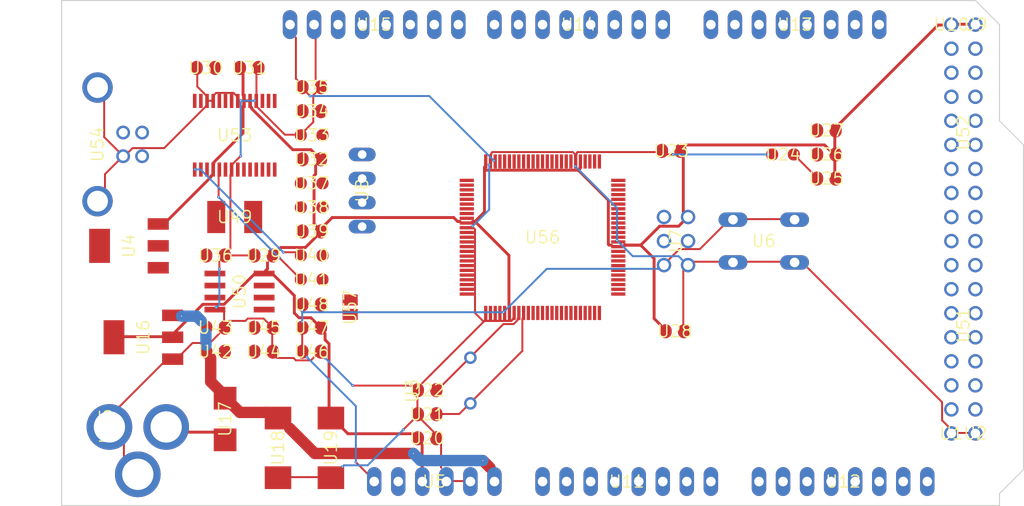
<source format=kicad_pcb>
(kicad_pcb (version 20221018) (generator pcbnew)
  (layers (0 "F.Cu" signal "Top") (31 "B.Cu" signal "Bottom") (34 "B.Paste" user) (35 "F.Paste" user) (36 "B.SilkS" user "B.Silkscreen") (37 "F.SilkS" user "F.Silkscreen") (38 "B.Mask" user) (39 "F.Mask" user) (44 "Edge.Cuts" user))
  (net 0 "")
  (net 1 "+5V")
  (net 2 "GND")
  (net 3 "N$6")
  (net 4 "N$7")
  (net 5 "AREF")
  (net 6 "RESET")
  (net 7 "VIN")
  (net 8 "N$3")
  (net 9 "PWRIN")
  (net 10 "M8RXD")
  (net 11 "M8TXD")
  (net 12 "ADC0")
  (net 13 "ADC2")
  (net 14 "ADC1")
  (net 15 "ADC3")
  (net 16 "ADC4")
  (net 17 "ADC5")
  (net 18 "ADC6")
  (net 19 "ADC7")
  (net 20 "+3V3")
  (net 21 "SDA")
  (net 22 "SCL")
  (net 23 "ADC9")
  (net 24 "ADC8")
  (net 25 "ADC10")
  (net 26 "ADC11")
  (net 27 "ADC12")
  (net 28 "ADC13")
  (net 29 "ADC14")
  (net 30 "ADC15")
  (net 31 "PB3")
  (net 32 "PB2")
  (net 33 "PB1")
  (net 34 "PB5")
  (net 35 "PB4")
  (net 36 "PE5")
  (net 37 "PE4")
  (net 38 "PE3")
  (net 39 "PE1")
  (net 40 "PE0")
  (net 41 "N$15")
  (net 42 "N$53")
  (net 43 "N$54")
  (net 44 "N$55")
  (net 45 "D-")
  (net 46 "D+")
  (net 47 "N$60")
  (net 48 "DTR")
  (net 49 "USBVCC")
  (net 50 "N$2")
  (net 51 "N$4")
  (net 52 "GATE_CMD")
  (net 53 "CMP")
  (net 54 "PB6")
  (net 55 "PH3")
  (net 56 "PH4")
  (net 57 "PH5")
  (net 58 "PH6")
  (net 59 "PG5")
  (net 60 "RXD1")
  (net 61 "TXD1")
  (net 62 "RXD2")
  (net 63 "RXD3")
  (net 64 "TXD2")
  (net 65 "TXD3")
  (net 66 "PC0")
  (net 67 "PC1")
  (net 68 "PC2")
  (net 69 "PC3")
  (net 70 "PC4")
  (net 71 "PC5")
  (net 72 "PC6")
  (net 73 "PC7")
  (net 74 "PB0")
  (net 75 "PG0")
  (net 76 "PG1")
  (net 77 "PG2")
  (net 78 "PD7")
  (net 79 "PA0")
  (net 80 "PA1")
  (net 81 "PA2")
  (net 82 "PA3")
  (net 83 "PA4")
  (net 84 "PA5")
  (net 85 "PA6")
  (net 86 "PA7")
  (net 87 "PL0")
  (net 88 "PL1")
  (net 89 "PL2")
  (net 90 "PL3")
  (net 91 "PL4")
  (net 92 "PL5")
  (net 93 "PL6")
  (net 94 "PL7")
  (net 95 "PB7")
  (net 96 "CTS")
  (net 97 "DSR")
  (net 98 "DCD")
  (net 99 "RI")
  (footprint "Arduino_MEGA_Reference_Design:2X03" (layer "F.Cu") (at 162.5981 103.7336 -90)
    (fp_text reference "U7")
    (fp_text value "")
  )
  (footprint "Arduino_MEGA_Reference_Design:1X08" (layer "F.Cu") (at 152.3111 80.8736 180)
    (fp_text reference "U14")
    (fp_text value "")
  )
  (footprint "Arduino_MEGA_Reference_Design:1X08" (layer "F.Cu") (at 130.7211 80.8736 180)
    (fp_text reference "U15")
    (fp_text value "")
  )
  (footprint "Arduino_MEGA_Reference_Design:SMC_D" (layer "F.Cu") (at 120.5611 125.5776 -90)
    (fp_text reference "U18")
    (fp_text value "")
  )
  (footprint "Arduino_MEGA_Reference_Design:SMC_D" (layer "F.Cu") (at 126.1491 125.5776 -90)
    (fp_text reference "U19")
    (fp_text value "")
  )
  (footprint "Arduino_MEGA_Reference_Design:B3F-10XX" (layer "F.Cu") (at 171.8691 103.7336 180)
    (fp_text reference "U6")
    (fp_text value "")
  )
  (footprint "Arduino_MEGA_Reference_Design:0805RND" (layer "F.Cu") (at 173.9011 94.5896 180)
    (fp_text reference "U24")
    (fp_text value "")
  )
  (footprint "Arduino_MEGA_Reference_Design:SMB" (layer "F.Cu") (at 114.9731 122.5296 -90)
    (fp_text reference "U17")
    (fp_text value "")
  )
  (footprint "Arduino_MEGA_Reference_Design:DC-21MM" (layer "F.Cu") (at 103.0351 123.2916 90)
    (fp_text reference "U55")
    (fp_text value "")
  )
  (footprint "Arduino_MEGA_Reference_Design:HC49_S" (layer "F.Cu") (at 140.8811 118.4656 90)
    (fp_text reference "U3")
    (fp_text value "")
  )
  (footprint "Arduino_MEGA_Reference_Design:SOT223" (layer "F.Cu") (at 106.3371 113.8936 90)
    (fp_text reference "U16")
    (fp_text value "")
  )
  (footprint "Arduino_MEGA_Reference_Design:1X06" (layer "F.Cu") (at 137.0711 129.1336)
    (fp_text reference "U5")
    (fp_text value "")
  )
  (footprint "Arduino_MEGA_Reference_Design:C0805RND" (layer "F.Cu") (at 124.1171 87.4776)
    (fp_text reference "U35")
    (fp_text value "")
  )
  (footprint "Arduino_MEGA_Reference_Design:C0805RND" (layer "F.Cu") (at 162.4711 113.2586)
    (fp_text reference "U28")
    (fp_text value "")
  )
  (footprint "Arduino_MEGA_Reference_Design:C0805RND" (layer "F.Cu") (at 136.3091 122.0216)
    (fp_text reference "U21")
    (fp_text value "")
  )
  (footprint "Arduino_MEGA_Reference_Design:C0805RND" (layer "F.Cu") (at 136.3091 119.4816)
    (fp_text reference "U22")
    (fp_text value "")
  )
  (footprint "Arduino_MEGA_Reference_Design:C0805RND" (layer "F.Cu") (at 113.9571 112.8776)
    (fp_text reference "U43")
    (fp_text value "")
  )
  (footprint "Arduino_MEGA_Reference_Design:RCL_0805RND" (layer "F.Cu") (at 124.1171 105.2576)
    (fp_text reference "U40")
    (fp_text value "")
  )
  (footprint "Arduino_MEGA_Reference_Design:RCL_0805RND" (layer "F.Cu") (at 124.1171 107.7976)
    (fp_text reference "U41")
    (fp_text value "")
  )
  (footprint "Arduino_MEGA_Reference_Design:1X08" (layer "F.Cu") (at 157.3911 129.1336)
    (fp_text reference "U11")
    (fp_text value "")
  )
  (footprint "Arduino_MEGA_Reference_Design:1X08" (layer "F.Cu") (at 175.1711 80.8736 180)
    (fp_text reference "U13")
    (fp_text value "")
  )
  (footprint "Arduino_MEGA_Reference_Design:R0805RND" (layer "F.Cu") (at 178.4731 94.5896 180)
    (fp_text reference "U26")
    (fp_text value "")
  )
  (footprint "Arduino_MEGA_Reference_Design:R0805RND" (layer "F.Cu") (at 178.4731 92.0496 180)
    (fp_text reference "U27")
    (fp_text value "")
  )
  (footprint "Arduino_MEGA_Reference_Design:TQFP100" (layer "F.Cu") (at 148.5011 103.3272)
    (fp_text reference "U56")
    (fp_text value "")
  )
  (footprint "Arduino_MEGA_Reference_Design:C0805RND" (layer "F.Cu") (at 162.0901 94.2086 180)
    (fp_text reference "U23")
    (fp_text value "")
  )
  (footprint "Arduino_MEGA_Reference_Design:C0805RND" (layer "F.Cu") (at 136.3091 124.5616)
    (fp_text reference "U20")
    (fp_text value "")
  )
  (footprint "Arduino_MEGA_Reference_Design:1X08" (layer "F.Cu") (at 180.2511 129.1336)
    (fp_text reference "U12")
    (fp_text value "")
  )
  (footprint "Arduino_MEGA_Reference_Design:R0805RND" (layer "F.Cu") (at 124.1171 112.8776)
    (fp_text reference "U47")
    (fp_text value "")
  )
  (footprint "Arduino_MEGA_Reference_Design:C0805RND" (layer "F.Cu") (at 124.1171 115.4176)
    (fp_text reference "U46")
    (fp_text value "")
  )
  (footprint "Arduino_MEGA_Reference_Design:C0805RND" (layer "F.Cu") (at 113.9571 105.2576)
    (fp_text reference "U36")
    (fp_text value "")
  )
  (footprint "Arduino_MEGA_Reference_Design:C0805RND" (layer "F.Cu") (at 112.9411 85.4456)
    (fp_text reference "U30")
    (fp_text value "")
  )
  (footprint "Arduino_MEGA_Reference_Design:0805RND" (layer "F.Cu") (at 124.1171 100.1776 180)
    (fp_text reference "U38")
    (fp_text value "")
  )
  (footprint "Arduino_MEGA_Reference_Design:0805RND" (layer "F.Cu") (at 124.1171 97.6376 180)
    (fp_text reference "U37")
    (fp_text value "")
  )
  (footprint "Arduino_MEGA_Reference_Design:R0805RND" (layer "F.Cu") (at 124.1171 95.0976)
    (fp_text reference "U32")
    (fp_text value "")
  )
  (footprint "Arduino_MEGA_Reference_Design:R0805RND" (layer "F.Cu") (at 124.1171 102.7176)
    (fp_text reference "U39")
    (fp_text value "")
  )
  (footprint "Arduino_MEGA_Reference_Design:SSOP28" (layer "F.Cu") (at 115.9891 92.5576)
    (fp_text reference "U53")
    (fp_text value "")
  )
  (footprint "Arduino_MEGA_Reference_Design:PN61729" (layer "F.Cu") (at 98.9584 93.5228 -90)
    (fp_text reference "U54")
    (fp_text value "")
  )
  (footprint "Arduino_MEGA_Reference_Design:L1812" (layer "F.Cu") (at 115.9891 101.1936)
    (fp_text reference "U49")
    (fp_text value "")
  )
  (footprint "Arduino_MEGA_Reference_Design:C0805RND" (layer "F.Cu") (at 117.5131 85.4456)
    (fp_text reference "U31")
    (fp_text value "")
  )
  (footprint "Arduino_MEGA_Reference_Design:0805RND" (layer "F.Cu") (at 124.1171 92.5576 180)
    (fp_text reference "U33")
    (fp_text value "")
  )
  (footprint "Arduino_MEGA_Reference_Design:R0805RND" (layer "F.Cu") (at 124.1171 90.0176 180)
    (fp_text reference "U34")
    (fp_text value "")
  )
  (footprint "Arduino_MEGA_Reference_Design:C0805RND" (layer "F.Cu") (at 124.1171 110.4392 180)
    (fp_text reference "U48")
    (fp_text value "")
  )
  (footprint "Arduino_MEGA_Reference_Design:SOT223" (layer "F.Cu") (at 104.8131 104.2416 90)
    (fp_text reference "U4")
    (fp_text value "")
  )
  (footprint "Arduino_MEGA_Reference_Design:SO08" (layer "F.Cu") (at 116.4971 109.0676 -90)
    (fp_text reference "U50")
    (fp_text value "")
  )
  (footprint "Arduino_MEGA_Reference_Design:R0805RND" (layer "F.Cu") (at 113.9571 115.4176 180)
    (fp_text reference "U42")
    (fp_text value "")
  )
  (footprint "Arduino_MEGA_Reference_Design:R0805RND" (layer "F.Cu") (at 119.0371 112.8776 180)
    (fp_text reference "U45")
    (fp_text value "")
  )
  (footprint "Arduino_MEGA_Reference_Design:C0805RND" (layer "F.Cu") (at 119.0371 115.4176 180)
    (fp_text reference "U44")
    (fp_text value "")
  )
  (footprint "Arduino_MEGA_Reference_Design:C0805RND" (layer "F.Cu") (at 119.0371 105.2576)
    (fp_text reference "U29")
    (fp_text value "")
  )
  (footprint "Arduino_MEGA_Reference_Design:2X08" (layer "F.Cu") (at 192.9511 92.3036 90)
    (fp_text reference "U52")
    (fp_text value "")
  )
  (footprint "Arduino_MEGA_Reference_Design:2X08" (layer "F.Cu") (at 192.9511 112.6236 90)
    (fp_text reference "U51")
    (fp_text value "")
  )
  (footprint "Arduino_MEGA_Reference_Design:R0805RND" (layer "F.Cu") (at 178.4731 97.1296 180)
    (fp_text reference "U25")
    (fp_text value "")
  )
  (footprint "Arduino_MEGA_Reference_Design:1X01" (layer "F.Cu") (at 191.6811 80.8736)
    (fp_text reference "U10")
    (fp_text value "")
  )
  (footprint "Arduino_MEGA_Reference_Design:1X01" (layer "F.Cu") (at 194.2211 80.8736)
    (fp_text reference "U9")
    (fp_text value "")
  )
  (footprint "Arduino_MEGA_Reference_Design:1X01" (layer "F.Cu") (at 191.6811 124.0536)
    (fp_text reference "U1")
    (fp_text value "")
  )
  (footprint "Arduino_MEGA_Reference_Design:1X01" (layer "F.Cu") (at 194.2211 124.0536)
    (fp_text reference "U2")
    (fp_text value "")
  )
  (footprint "Arduino_MEGA_Reference_Design:SJ" (layer "F.Cu") (at 128.1811 110.7186 -90)
    (fp_text reference "U57")
    (fp_text value "")
  )
  (footprint "Arduino_MEGA_Reference_Design:JP4" (layer "F.Cu") (at 129.4511 98.3996 -90)
    (fp_text reference "U8")
    (fp_text value "")
  )
  (gr_line (start 196.7611 131.6736) (end 97.7011 131.6736) (stroke (width 0.12)) (layer "Edge.Cuts"))
  (gr_line (start 196.7611 80.8736) (end 196.7611 91.0336) (stroke (width 0.12)) (layer "Edge.Cuts"))
  (gr_line (start 196.7611 91.0336) (end 199.3011 93.5736) (stroke (width 0.12)) (layer "Edge.Cuts"))
  (gr_line (start 194.2211 78.3336) (end 196.7611 80.8736) (stroke (width 0.12)) (layer "Edge.Cuts"))
  (gr_line (start 97.7011 131.6736) (end 97.7011 78.3336) (stroke (width 0.12)) (layer "Edge.Cuts"))
  (gr_line (start 199.3011 93.5736) (end 199.3011 127.8636) (stroke (width 0.12)) (layer "Edge.Cuts"))
  (gr_line (start 199.3011 127.8636) (end 196.7611 130.4036) (stroke (width 0.12)) (layer "Edge.Cuts"))
  (gr_line (start 97.7011 78.3336) (end 194.2211 78.3336) (stroke (width 0.12)) (layer "Edge.Cuts"))
  (gr_line (start 196.7611 130.4036) (end 196.7611 131.6736) (stroke (width 0.12)) (layer "Edge.Cuts"))
  (segment (start 117.034433 88.916933) (end 117.4511 88.916933) (width 0.3048) (layer "F.Cu") (net 1))
  (segment (start 142.367767 96.000267) (end 142.4511 95.916933) (width 0.3048) (layer "F.Cu") (net 1))
  (segment (start 113.784433 95.5836) (end 113.784433 95.416933) (width 0.3048) (layer "F.Cu") (net 1))
  (segment (start 160.284433 105.5836) (end 158.867767 104.166933) (width 0.3048) (layer "F.Cu") (net 1))
  (segment (start 116.867767 92.3336) (end 116.867767 89.500267) (width 0.3048) (layer "F.Cu") (net 1))
  (segment (start 152.4511 95.916933) (end 152.4511 96.0836) (width 0.3048) (layer "F.Cu") (net 1))
  (segment (start 125.9511 114.5836) (end 125.534433 114.166933) (width 0.3048) (layer "F.Cu") (net 1))
  (segment (start 155.534433 104.166933) (end 155.4511 104.0836) (width 0.3048) (layer "F.Cu") (net 1))
  (segment (start 157.2011 104.166933) (end 157.117767 104.250267) (width 0.3048) (layer "F.Cu") (net 1))
  (segment (start 114.867767 110.416933) (end 118.034433 107.250267) (width 0.3048) (layer "F.Cu") (net 1))
  (segment (start 193.7011 80.8336) (end 192.117767 80.8336) (width 0.3048) (layer "F.Cu") (net 1))
  (segment (start 178.284433 93.5836) (end 163.534433 93.5836) (width 0.3048) (layer "F.Cu") (net 1))
  (segment (start 179.367767 92.666933) (end 179.367767 93.916933) (width 0.3048) (layer "F.Cu") (net 1))
  (segment (start 142.367767 96.250267) (end 142.367767 96.000267) (width 0.3048) (layer "F.Cu") (net 1))
  (segment (start 141.2011 101.666933) (end 141.117767 101.750267) (width 0.3048) (layer "F.Cu") (net 1))
  (segment (start 152.284433 96.250267) (end 152.4511 96.0836) (width 0.3048) (layer "F.Cu") (net 1))
  (segment (start 125.9511 121.3336) (end 125.9511 114.5836) (width 0.3048) (layer "F.Cu") (net 1))
  (segment (start 108.867767 101.5836) (end 113.4511 97.000267) (width 0.3048) (layer "F.Cu") (net 1))
  (segment (start 117.784433 89.666933) (end 117.617767 89.500267) (width 0.3048) (layer "F.Cu") (net 1))
  (segment (start 125.534433 114.166933) (end 125.534433 113.500267) (width 0.3048) (layer "F.Cu") (net 1))
  (segment (start 134.784433 124.0836) (end 127.9511 124.0836) (width 0.3048) (layer "F.Cu") (net 1))
  (segment (start 141.367767 101.666933) (end 141.117767 101.666933) (width 0.3048) (layer "F.Cu") (net 1))
  (segment (start 158.867767 104.166933) (end 157.117767 104.166933) (width 0.3048) (layer "F.Cu") (net 1))
  (segment (start 141.367767 101.666933) (end 141.2011 101.666933) (width 0.3048) (layer "F.Cu") (net 1))
  (segment (start 155.784433 104.166933) (end 155.534433 104.166933) (width 0.3048) (layer "F.Cu") (net 1))
  (segment (start 142.367767 100.666933) (end 141.367767 101.666933) (width 0.3048) (layer "F.Cu") (net 1))
  (segment (start 152.284433 96.250267) (end 142.367767 96.250267) (width 0.3048) (layer "F.Cu") (net 1))
  (segment (start 160.284433 111.916933) (end 160.284433 105.5836) (width 0.3048) (layer "F.Cu") (net 1))
  (segment (start 126.284433 101.250267) (end 125.534433 102.000267) (width 0.3048) (layer "F.Cu") (net 1))
  (segment (start 119.2011 106.916933) (end 119.4511 106.666933) (width 0.3048) (layer "F.Cu") (net 1))
  (segment (start 117.784433 89.750267) (end 117.784433 89.666933) (width 0.3048) (layer "F.Cu") (net 1))
  (segment (start 120.867767 104.416933) (end 123.4511 104.416933) (width 0.3048) (layer "F.Cu") (net 1))
  (segment (start 144.9511 105.250267) (end 141.367767 101.666933) (width 0.3048) (layer "F.Cu") (net 1))
  (segment (start 152.4511 96.0836) (end 152.284433 96.250267) (width 0.3048) (layer "F.Cu") (net 1))
  (segment (start 122.284433 109.500267) (end 120.034433 107.250267) (width 0.3048) (layer "F.Cu") (net 1))
  (segment (start 158.867767 104.166933) (end 157.2011 104.166933) (width 0.3048) (layer "F.Cu") (net 1))
  (segment (start 139.534433 101.666933) (end 139.117767 101.250267) (width 0.3048) (layer "F.Cu") (net 1))
  (segment (start 152.4511 96.000267) (end 152.534433 95.916933) (width 0.3048) (layer "F.Cu") (net 1))
  (segment (start 124.034433 111.8336) (end 122.784433 111.8336) (width 0.3048) (layer "F.Cu") (net 1))
  (segment (start 124.367767 96.8336) (end 124.534433 96.666933) (width 0.3048) (layer "F.Cu") (net 1))
  (segment (start 124.534433 102.0836) (end 124.367767 101.916933) (width 0.3048) (layer "F.Cu") (net 1))
  (segment (start 142.367767 95.916933) (end 142.367767 100.666933) (width 0.3048) (layer "F.Cu") (net 1))
  (segment (start 124.534433 94.5836) (end 124.034433 94.0836) (width 0.3048) (layer "F.Cu") (net 1))
  (segment (start 191.117767 80.916933) (end 190.284433 80.916933) (width 0.3048) (layer "F.Cu") (net 1))
  (segment (start 119.4511 106.666933) (end 119.4511 105.916933) (width 0.3048) (layer "F.Cu") (net 1))
  (segment (start 104.2011 113.8336) (end 108.367767 113.8336) (width 0.3048) (layer "F.Cu") (net 1))
  (segment (start 160.9511 112.5836) (end 160.284433 111.916933) (width 0.3048) (layer "F.Cu") (net 1))
  (segment (start 124.367767 101.916933) (end 124.367767 96.8336) (width 0.3048) (layer "F.Cu") (net 1))
  (segment (start 113.4511 97.000267) (end 113.4511 96.916933) (width 0.3048) (layer "F.Cu") (net 1))
  (segment (start 124.034433 94.0836) (end 122.117767 94.0836) (width 0.3048) (layer "F.Cu") (net 1))
  (segment (start 122.284433 111.3336) (end 122.284433 109.500267) (width 0.3048) (layer "F.Cu") (net 1))
  (segment (start 135.784433 127.666933) (end 135.784433 125.166933) (width 0.3048) (layer "F.Cu") (net 1))
  (segment (start 124.534433 96.666933) (end 124.534433 95.750267) (width 0.3048) (layer "F.Cu") (net 1))
  (segment (start 190.284433 80.916933) (end 179.867767 91.3336) (width 0.3048) (layer "F.Cu") (net 1))
  (segment (start 155.4511 99.416933) (end 152.284433 96.250267) (width 0.3048) (layer "F.Cu") (net 1))
  (segment (start 163.367767 101.666933) (end 162.867767 102.166933) (width 0.3048) (layer "F.Cu") (net 1))
  (segment (start 144.9511 110.5836) (end 144.9511 105.250267) (width 0.3048) (layer "F.Cu") (net 1))
  (segment (start 124.534433 112.3336) (end 124.034433 111.8336) (width 0.3048) (layer "F.Cu") (net 1))
  (segment (start 163.367767 94.8336) (end 163.367767 100.666933) (width 0.3048) (layer "F.Cu") (net 1))
  (segment (start 160.867767 102.166933) (end 158.867767 104.166933) (width 0.3048) (layer "F.Cu") (net 1))
  (segment (start 139.784433 101.666933) (end 139.534433 101.666933) (width 0.3048) (layer "F.Cu") (net 1))
  (segment (start 152.4511 96.0836) (end 152.4511 96.000267) (width 0.3048) (layer "F.Cu") (net 1))
  (segment (start 109.7011 113.3336) (end 112.617767 110.416933) (width 0.3048) (layer "F.Cu") (net 1))
  (segment (start 178.867767 94.166933) (end 178.284433 93.5836) (width 0.3048) (layer "F.Cu") (net 1))
  (segment (start 123.4511 104.416933) (end 124.534433 103.3336) (width 0.3048) (layer "F.Cu") (net 1))
  (segment (start 122.784433 111.8336) (end 122.284433 111.3336) (width 0.3048) (layer "F.Cu") (net 1))
  (segment (start 122.117767 94.0836) (end 117.784433 89.750267) (width 0.3048) (layer "F.Cu") (net 1))
  (segment (start 162.867767 102.166933) (end 160.867767 102.166933) (width 0.3048) (layer "F.Cu") (net 1))
  (segment (start 112.617767 110.416933) (end 114.867767 110.416933) (width 0.3048) (layer "F.Cu") (net 1))
  (segment (start 116.867767 86.0836) (end 116.867767 88.3336) (width 0.3048) (layer "F.Cu") (net 1))
  (segment (start 127.9511 124.0836) (end 127.367767 123.500267) (width 0.3048) (layer "F.Cu") (net 1))
  (segment (start 113.784433 95.416933) (end 116.867767 92.3336) (width 0.3048) (layer "F.Cu") (net 1))
  (segment (start 155.4511 104.0836) (end 155.4511 99.416933) (width 0.3048) (layer "F.Cu") (net 1))
  (segment (start 120.4511 104.8336) (end 120.867767 104.416933) (width 0.3048) (layer "F.Cu") (net 1))
  (segment (start 179.367767 96.416933) (end 179.367767 95.250267) (width 0.3048) (layer "F.Cu") (net 1))
  (segment (start 113.4511 96.916933) (end 113.617767 96.750267) (width 0.3048) (layer "F.Cu") (net 1))
  (segment (start 139.117767 101.250267) (end 126.284433 101.250267) (width 0.3048) (layer "F.Cu") (net 1))
  (segment (start 143.117767 94.416933) (end 143.117767 94.500267) (width 0.2032) (layer "F.Cu") (net 2))
  (segment (start 152.2011 94.3336) (end 152.117767 94.416933) (width 0.2032) (layer "F.Cu") (net 2))
  (segment (start 124.284433 88.3336) (end 124.284433 91.166933) (width 0.2032) (layer "F.Cu") (net 2))
  (segment (start 113.117767 88.916933) (end 113.617767 88.916933) (width 0.2032) (layer "F.Cu") (net 2))
  (segment (start 115.367767 104.666933) (end 115.534433 104.500267) (width 0.2032) (layer "F.Cu") (net 2))
  (segment (start 142.367767 112.166933) (end 145.2011 112.166933) (width 0.2032) (layer "F.Cu") (net 2))
  (segment (start 152.117767 94.416933) (end 152.117767 94.500267) (width 0.2032) (layer "F.Cu") (net 2))
  (segment (start 152.117767 94.500267) (end 152.034433 94.5836) (width 0.2032) (layer "F.Cu") (net 2))
  (segment (start 167.2011 105.916933) (end 164.367767 105.916933) (width 0.2032) (layer "F.Cu") (net 2))
  (segment (start 119.4511 112.3336) (end 119.034433 111.916933) (width 0.2032) (layer "F.Cu") (net 2))
  (segment (start 142.284433 112.250267) (end 142.367767 112.166933) (width 0.2032) (layer "F.Cu") (net 2))
  (segment (start 142.367767 112.166933) (end 135.784433 118.750267) (width 0.2032) (layer "F.Cu") (net 2))
  (segment (start 124.284433 91.166933) (end 123.284433 92.166933) (width 0.2032) (layer "F.Cu") (net 2))
  (segment (start 111.534433 114.500267) (end 113.367767 114.500267) (width 0.2032) (layer "F.Cu") (net 2))
  (segment (start 122.4511 116.3336) (end 122.2011 116.0836) (width 0.2032) (layer "F.Cu") (net 2))
  (segment (start 113.367767 114.500267) (end 114.367767 113.500267) (width 0.2032) (layer "F.Cu") (net 2))
  (segment (start 173.7011 105.916933) (end 170.034433 105.916933) (width 0.2032) (layer "F.Cu") (net 2))
  (segment (start 124.034433 116.3336) (end 122.4511 116.3336) (width 0.2032) (layer "F.Cu") (net 2))
  (segment (start 117.367767 111.916933) (end 117.117767 112.166933) (width 0.2032) (layer "F.Cu") (net 2))
  (segment (start 119.034433 111.916933) (end 117.367767 111.916933) (width 0.2032) (layer "F.Cu") (net 2))
  (segment (start 145.4511 111.916933) (end 145.2011 112.166933) (width 0.2032) (layer "F.Cu") (net 2))
  (segment (start 122.617767 92.500267) (end 121.284433 92.500267) (width 0.2032) (layer "F.Cu") (net 2))
  (segment (start 190.7011 120.750267) (end 176.534433 106.5836) (width 0.2032) (layer "F.Cu") (net 2))
  (segment (start 114.867767 112.166933) (end 114.867767 111.0836) (width 0.2032) (layer "F.Cu") (net 2))
  (segment (start 104.617767 94.500267) (end 105.2011 93.916933) (width 0.2032) (layer "F.Cu") (net 2))
  (segment (start 143.2011 94.3336) (end 143.117767 94.416933) (width 0.2032) (layer "F.Cu") (net 2))
  (segment (start 105.2011 93.916933) (end 108.534433 93.916933) (width 0.2032) (layer "F.Cu") (net 2))
  (segment (start 114.034433 88.0836) (end 113.784433 88.3336) (width 0.2032) (layer "F.Cu") (net 2))
  (segment (start 102.2011 92.750267) (end 103.784433 94.3336) (width 0.2032) (layer "F.Cu") (net 2))
  (segment (start 116.2011 88.416933) (end 115.867767 88.0836) (width 0.2032) (layer "F.Cu") (net 2))
  (segment (start 135.284433 121.3336) (end 135.284433 120.0836) (width 0.2032) (layer "F.Cu") (net 2))
  (segment (start 163.367767 112.5836) (end 163.367767 106.750267) (width 0.2032) (layer "F.Cu") (net 2))
  (segment (start 124.534433 115.8336) (end 124.034433 116.3336) (width 0.2032) (layer "F.Cu") (net 2))
  (segment (start 133.784433 123.666933) (end 134.784433 122.666933) (width 0.2032) (layer "F.Cu") (net 2))
  (segment (start 115.534433 104.500267) (end 115.534433 96.750267) (width 0.2032) (layer "F.Cu") (net 2))
  (segment (start 124.534433 82.250267) (end 124.534433 86.750267) (width 0.2032) (layer "F.Cu") (net 2))
  (segment (start 118.284433 86.0836) (end 118.284433 88.3336) (width 0.2032) (layer "F.Cu") (net 2))
  (segment (start 103.284433 121.750267) (end 108.367767 116.666933) (width 0.2032) (layer "F.Cu") (net 2))
  (segment (start 116.4511 88.916933) (end 116.367767 89.000267) (width 0.2032) (layer "F.Cu") (net 2))
  (segment (start 115.867767 88.0836) (end 114.034433 88.0836) (width 0.2032) (layer "F.Cu") (net 2))
  (segment (start 162.284433 94.5836) (end 161.534433 94.5836) (width 0.2032) (layer "F.Cu") (net 2))
  (segment (start 141.117767 102.250267) (end 141.367767 102.500267) (width 0.2032) (layer "F.Cu") (net 2))
  (segment (start 108.534433 93.916933) (end 112.9511 89.500267) (width 0.2032) (layer "F.Cu") (net 2))
  (segment (start 121.284433 92.500267) (end 118.284433 89.500267) (width 0.2032) (layer "F.Cu") (net 2))
  (segment (start 141.367767 102.500267) (end 141.367767 111.3336) (width 0.2032) (layer "F.Cu") (net 2))
  (segment (start 117.117767 112.166933) (end 115.367767 112.166933) (width 0.2032) (layer "F.Cu") (net 2))
  (segment (start 112.034433 87.416933) (end 112.9511 88.3336) (width 0.2032) (layer "F.Cu") (net 2))
  (segment (start 119.9511 114.750267) (end 119.9511 113.500267) (width 0.2032) (layer "F.Cu") (net 2))
  (segment (start 141.367767 111.3336) (end 142.284433 112.250267) (width 0.2032) (layer "F.Cu") (net 2))
  (segment (start 151.9511 94.5836) (end 151.7011 94.3336) (width 0.2032) (layer "F.Cu") (net 2))
  (segment (start 137.784433 127.666933) (end 137.784433 125.166933) (width 0.2032) (layer "F.Cu") (net 2))
  (segment (start 145.367767 112.000267) (end 145.367767 111.916933) (width 0.2032) (layer "F.Cu") (net 2))
  (segment (start 136.9511 123.8336) (end 135.784433 122.666933) (width 0.2032) (layer "F.Cu") (net 2))
  (segment (start 145.2011 112.166933) (end 145.367767 112.000267) (width 0.2032) (layer "F.Cu") (net 2))
  (segment (start 117.534433 105.250267) (end 115.367767 105.250267) (width 0.2032) (layer "F.Cu") (net 2))
  (segment (start 121.784433 128.666933) (end 124.867767 128.666933) (width 0.2032) (layer "F.Cu") (net 2))
  (segment (start 114.367767 106.666933) (end 114.367767 105.916933) (width 0.2032) (layer "F.Cu") (net 2))
  (segment (start 110.367767 115.666933) (end 111.534433 114.500267) (width 0.2032) (layer "F.Cu") (net 2))
  (segment (start 116.617767 88.916933) (end 116.367767 88.916933) (width 0.2032) (layer "F.Cu") (net 2))
  (segment (start 116.617767 88.916933) (end 116.4511 88.916933) (width 0.2032) (layer "F.Cu") (net 2))
  (segment (start 102.284433 98.416933) (end 102.284433 96.666933) (width 0.2032) (layer "F.Cu") (net 2))
  (segment (start 151.7011 94.3336) (end 143.2011 94.3336) (width 0.2032) (layer "F.Cu") (net 2))
  (segment (start 190.7011 122.666933) (end 190.7011 120.750267) (width 0.2032) (layer "F.Cu") (net 2))
  (segment (start 145.2011 112.166933) (end 142.367767 112.166933) (width 0.2032) (layer "F.Cu") (net 2))
  (segment (start 140.2011 129.0836) (end 138.9511 129.0836) (width 0.2032) (layer "F.Cu") (net 2))
  (segment (start 102.2011 88.5836) (end 102.2011 92.750267) (width 0.2032) (layer "F.Cu") (net 2))
  (segment (start 191.534433 123.500267) (end 190.7011 122.666933) (width 0.2032) (layer "F.Cu") (net 2))
  (segment (start 124.534433 88.0836) (end 124.284433 88.3336) (width 0.2032) (layer "F.Cu") (net 2))
  (segment (start 102.284433 96.666933) (end 103.784433 95.166933) (width 0.2032) (layer "F.Cu") (net 2))
  (segment (start 160.534433 94.3336) (end 152.2011 94.3336) (width 0.2032) (layer "F.Cu") (net 2))
  (segment (start 122.2011 116.0836) (end 120.4511 116.0836) (width 0.2032) (layer "F.Cu") (net 2))
  (segment (start 104.284433 126.750267) (end 104.284433 124.916933) (width 0.2032) (layer "F.Cu") (net 2))
  (segment (start 115.7011 95.666933) (end 116.617767 94.750267) (width 0.2032) (layer "F.Cu") (net 2))
  (segment (start 193.7011 124.000267) (end 192.117767 124.000267) (width 0.2032) (layer "F.Cu") (net 2))
  (segment (start 112.034433 86.0836) (end 112.034433 87.416933) (width 0.2032) (layer "F.Cu") (net 2))
  (segment (start 143.117767 94.500267) (end 143.034433 94.5836) (width 0.2032) (layer "F.Cu") (net 2))
  (segment (start 134.784433 119.000267) (end 128.4511 119.000267) (width 0.2032) (layer "F.Cu") (net 2))
  (via micro (at 151.9511 95.8336) (size 0.3) (drill 0.1) (layers "F.Cu" "B.Cu") (net 2))
  (via micro (at 162.284433 94.5836) (size 0.3) (drill 0.1) (layers "F.Cu" "B.Cu") (net 2))
  (via micro (at 127.367767 127.5836) (size 0.3) (drill 0.1) (layers "F.Cu" "B.Cu") (net 2))
  (via micro (at 116.617767 94.750267) (size 0.3) (drill 0.1) (layers "F.Cu" "B.Cu") (net 2))
  (via micro (at 141.117767 102.166933) (size 0.3) (drill 0.1) (layers "F.Cu" "B.Cu") (net 2))
  (via micro (at 114.034433 110.750267) (size 0.3) (drill 0.1) (layers "F.Cu" "B.Cu") (net 2))
  (via micro (at 116.617767 88.916933) (size 0.3) (drill 0.1) (layers "F.Cu" "B.Cu") (net 2))
  (via micro (at 128.4511 119.000267) (size 0.3) (drill 0.1) (layers "F.Cu" "B.Cu") (net 2))
  (via micro (at 114.367767 106.666933) (size 0.3) (drill 0.1) (layers "F.Cu" "B.Cu") (net 2))
  (via micro (at 118.117767 88.916933) (size 0.3) (drill 0.1) (layers "F.Cu" "B.Cu") (net 2))
  (via micro (at 156.367767 103.666933) (size 0.3) (drill 0.1) (layers "F.Cu" "B.Cu") (net 2))
  (via micro (at 125.534433 116.0836) (size 0.3) (drill 0.1) (layers "F.Cu" "B.Cu") (net 2))
  (via micro (at 156.367767 103.666933) (size 0.3) (drill 0.1) (layers "F.Cu" "B.Cu") (net 2))
  (via micro (at 133.784433 123.666933) (size 0.3) (drill 0.1) (layers "F.Cu" "B.Cu") (net 2))
  (via micro (at 142.867767 95.666933) (size 0.3) (drill 0.1) (layers "F.Cu" "B.Cu") (net 2))
  (via micro (at 172.367767 94.5836) (size 0.3) (drill 0.1) (layers "F.Cu" "B.Cu") (net 2))
  (via micro (at 116.617767 88.916933) (size 0.3) (drill 0.1) (layers "F.Cu" "B.Cu") (net 2))
  (segment (start 156.367767 100.250267) (end 151.9511 95.8336) (width 0.2032) (layer "B.Cu") (net 2))
  (segment (start 114.367767 110.416933) (end 114.367767 106.666933) (width 0.2032) (layer "B.Cu") (net 2))
  (segment (start 163.367767 105.8336) (end 162.867767 105.3336) (width 0.2032) (layer "B.Cu") (net 2))
  (segment (start 162.867767 105.3336) (end 158.034433 105.3336) (width 0.2032) (layer "B.Cu") (net 2))
  (segment (start 116.617767 94.750267) (end 116.617767 88.916933) (width 0.2032) (layer "B.Cu") (net 2))
  (segment (start 127.534433 127.416933) (end 130.034433 127.416933) (width 0.2032) (layer "B.Cu") (net 2))
  (segment (start 142.867767 100.416933) (end 141.117767 102.166933) (width 0.2032) (layer "B.Cu") (net 2))
  (segment (start 158.034433 105.3336) (end 156.367767 103.666933) (width 0.2032) (layer "B.Cu") (net 2))
  (segment (start 128.4511 119.000267) (end 125.534433 116.0836) (width 0.2032) (layer "B.Cu") (net 2))
  (segment (start 130.034433 127.416933) (end 133.784433 123.666933) (width 0.2032) (layer "B.Cu") (net 2))
  (segment (start 127.367767 127.5836) (end 127.534433 127.416933) (width 0.2032) (layer "B.Cu") (net 2))
  (segment (start 118.117767 88.916933) (end 116.617767 88.916933) (width 0.2032) (layer "B.Cu") (net 2))
  (segment (start 114.034433 110.750267) (end 114.367767 110.416933) (width 0.2032) (layer "B.Cu") (net 2))
  (segment (start 172.367767 94.5836) (end 162.284433 94.5836) (width 0.2032) (layer "B.Cu") (net 2))
  (segment (start 156.367767 103.666933) (end 156.367767 100.250267) (width 0.2032) (layer "B.Cu") (net 2))
  (segment (start 142.867767 95.666933) (end 142.867767 100.416933) (width 0.2032) (layer "B.Cu") (net 2))
  (segment (start 146.367767 115.3336) (end 141.2011 120.500267) (width 0.2032) (layer "F.Cu") (net 3))
  (segment (start 146.367767 111.916933) (end 146.367767 115.3336) (width 0.2032) (layer "F.Cu") (net 3))
  (segment (start 139.7011 122.000267) (end 140.534433 121.166933) (width 0.2032) (layer "F.Cu") (net 3))
  (segment (start 137.784433 122.000267) (end 139.7011 122.000267) (width 0.2032) (layer "F.Cu") (net 3))
  (segment (start 144.367767 112.500267) (end 141.2011 115.666933) (width 0.2032) (layer "F.Cu") (net 4))
  (segment (start 145.867767 111.916933) (end 145.867767 112.0836) (width 0.2032) (layer "F.Cu") (net 4))
  (segment (start 145.867767 112.0836) (end 145.4511 112.500267) (width 0.2032) (layer "F.Cu") (net 4))
  (segment (start 145.4511 112.500267) (end 144.367767 112.500267) (width 0.2032) (layer "F.Cu") (net 4))
  (segment (start 137.784433 119.0836) (end 140.534433 116.3336) (width 0.2032) (layer "F.Cu") (net 4))
  (segment (start 123.9511 88.416933) (end 123.617767 88.0836) (width 0.2032) (layer "F.Cu") (net 5))
  (segment (start 122.4511 86.5836) (end 122.4511 82.250267) (width 0.2032) (layer "F.Cu") (net 5))
  (segment (start 122.617767 86.750267) (end 122.4511 86.5836) (width 0.2032) (layer "F.Cu") (net 5))
  (via micro (at 123.9511 88.416933) (size 0.3) (drill 0.1) (layers "F.Cu" "B.Cu") (net 5))
  (via micro (at 143.367767 95.250267) (size 0.3) (drill 0.1) (layers "F.Cu" "B.Cu") (net 5))
  (segment (start 136.534433 88.416933) (end 123.9511 88.416933) (width 0.2032) (layer "B.Cu") (net 5))
  (segment (start 143.367767 95.250267) (end 136.534433 88.416933) (width 0.2032) (layer "B.Cu") (net 5))
  (segment (start 165.117767 104.5836) (end 162.9511 104.5836) (width 0.2032) (layer "F.Cu") (net 6))
  (segment (start 167.617767 102.0836) (end 165.117767 104.5836) (width 0.2032) (layer "F.Cu") (net 6))
  (segment (start 130.034433 128.3336) (end 128.784433 127.0836) (width 0.2032) (layer "F.Cu") (net 6))
  (segment (start 173.7011 101.416933) (end 170.034433 101.416933) (width 0.2032) (layer "F.Cu") (net 6))
  (segment (start 162.9511 104.5836) (end 161.784433 105.750267) (width 0.2032) (layer "F.Cu") (net 6))
  (segment (start 123.117767 114.750267) (end 123.117767 113.500267) (width 0.2032) (layer "F.Cu") (net 6))
  (via micro (at 123.117767 111.0836) (size 0.3) (drill 0.1) (layers "F.Cu" "B.Cu") (net 6))
  (via micro (at 128.784433 127.0836) (size 0.3) (drill 0.1) (layers "F.Cu" "B.Cu") (net 6))
  (via micro (at 123.117767 111.0836) (size 0.3) (drill 0.1) (layers "F.Cu" "B.Cu") (net 6))
  (via micro (at 123.117767 112.250267) (size 0.3) (drill 0.1) (layers "F.Cu" "B.Cu") (net 6))
  (via micro (at 123.617767 116.000267) (size 0.3) (drill 0.1) (layers "F.Cu" "B.Cu") (net 6))
  (via micro (at 144.367767 111.250267) (size 0.3) (drill 0.1) (layers "F.Cu" "B.Cu") (net 6))
  (via micro (at 144.367767 111.250267) (size 0.3) (drill 0.1) (layers "F.Cu" "B.Cu") (net 6))
  (segment (start 128.784433 127.0836) (end 128.784433 121.166933) (width 0.2032) (layer "B.Cu") (net 6))
  (segment (start 160.784433 106.666933) (end 148.9511 106.666933) (width 0.2032) (layer "B.Cu") (net 6))
  (segment (start 128.784433 121.166933) (end 123.617767 116.000267) (width 0.2032) (layer "B.Cu") (net 6))
  (segment (start 148.9511 106.666933) (end 144.367767 111.250267) (width 0.2032) (layer "B.Cu") (net 6))
  (segment (start 123.117767 111.0836) (end 123.117767 112.250267) (width 0.2032) (layer "B.Cu") (net 6))
  (segment (start 144.367767 111.250267) (end 123.117767 111.250267) (width 0.2032) (layer "B.Cu") (net 6))
  (segment (start 123.117767 111.250267) (end 123.117767 111.0836) (width 0.2032) (layer "B.Cu") (net 6))
  (segment (start 142.9511 127.666933) (end 142.2011 126.916933) (width 1.2) (layer "F.Cu") (net 7))
  (segment (start 124.4511 126.166933) (end 121.784433 123.500267) (width 1.2) (layer "F.Cu") (net 7))
  (segment (start 114.367767 119.500267) (end 113.4511 118.5836) (width 1.2) (layer "F.Cu") (net 7))
  (segment (start 116.534433 121.8336) (end 115.7011 121.000267) (width 1.2) (layer "F.Cu") (net 7))
  (segment (start 119.284433 121.8336) (end 116.534433 121.8336) (width 1.2) (layer "F.Cu") (net 7))
  (segment (start 134.867767 126.166933) (end 124.4511 126.166933) (width 1.2) (layer "F.Cu") (net 7))
  (segment (start 113.4511 118.5836) (end 113.4511 116.0836) (width 1.2) (layer "F.Cu") (net 7))
  (via micro (at 134.867767 126.166933) (size 0.3) (drill 0.1) (layers "F.Cu" "B.Cu") (net 7))
  (via micro (at 112.9511 113.500267) (size 0.3) (drill 0.1) (layers "F.Cu" "B.Cu") (net 7))
  (via micro (at 112.9511 114.750267) (size 0.3) (drill 0.1) (layers "F.Cu" "B.Cu") (net 7))
  (via micro (at 110.367767 111.666933) (size 0.3) (drill 0.1) (layers "F.Cu" "B.Cu") (net 7))
  (via micro (at 112.4511 112.166933) (size 0.3) (drill 0.1) (layers "F.Cu" "B.Cu") (net 7))
  (via micro (at 142.2011 126.916933) (size 0.3) (drill 0.1) (layers "F.Cu" "B.Cu") (net 7))
  (segment (start 135.617767 126.916933) (end 134.867767 126.166933) (width 1.2) (layer "B.Cu") (net 7))
  (segment (start 112.9511 114.750267) (end 112.9511 113.500267) (width 1.2) (layer "B.Cu") (net 7))
  (segment (start 142.2011 126.916933) (end 135.617767 126.916933) (width 1.2) (layer "B.Cu") (net 7))
  (segment (start 110.367767 111.666933) (end 111.9511 111.666933) (width 1.2) (layer "B.Cu") (net 7))
  (segment (start 111.9511 111.666933) (end 112.4511 112.166933) (width 1.2) (layer "B.Cu") (net 7))
  (segment (start 176.9511 96.500267) (end 175.367767 94.916933) (width 0.2032) (layer "F.Cu") (net 8))
  (segment (start 110.284433 123.916933) (end 114.2011 123.916933) (width 0.3048) (layer "F.Cu") (net 9))
  (segment (start 121.117767 104.916933) (end 122.617767 104.916933) (width 0.2032) (layer "F.Cu") (net 10))
  (via micro (at 121.117767 104.916933) (size 0.3) (drill 0.1) (layers "F.Cu" "B.Cu") (net 10))
  (via micro (at 111.784433 96.166933) (size 0.3) (drill 0.1) (layers "F.Cu" "B.Cu") (net 10))
  (segment (start 112.367767 96.166933) (end 121.117767 104.916933) (width 0.2032) (layer "B.Cu") (net 10))
  (segment (start 111.784433 96.166933) (end 112.367767 96.166933) (width 0.2032) (layer "B.Cu") (net 10))
  (segment (start 114.284433 96.750267) (end 114.284433 99.0836) (width 0.2032) (layer "F.Cu") (net 11))
  (segment (start 120.7011 105.500267) (end 122.617767 107.416933) (width 0.2032) (layer "F.Cu") (net 11))
  (via micro (at 120.7011 105.500267) (size 0.3) (drill 0.1) (layers "F.Cu" "B.Cu") (net 11))
  (via micro (at 114.284433 99.0836) (size 0.3) (drill 0.1) (layers "F.Cu" "B.Cu") (net 11))
  (segment (start 114.284433 99.0836) (end 120.7011 105.500267) (width 0.2032) (layer "B.Cu") (net 11))
)
</source>
